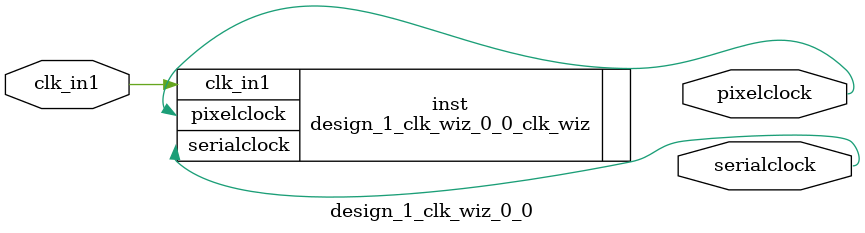
<source format=v>


`timescale 1ps/1ps

(* CORE_GENERATION_INFO = "design_1_clk_wiz_0_0,clk_wiz_v6_0_1_0_0,{component_name=design_1_clk_wiz_0_0,use_phase_alignment=true,use_min_o_jitter=false,use_max_i_jitter=false,use_dyn_phase_shift=false,use_inclk_switchover=false,use_dyn_reconfig=false,enable_axi=0,feedback_source=FDBK_AUTO,PRIMITIVE=MMCM,num_out_clk=2,clkin1_period=10.000,clkin2_period=10.000,use_power_down=false,use_reset=false,use_locked=false,use_inclk_stopped=false,feedback_type=SINGLE,CLOCK_MGR_TYPE=NA,manual_override=false}" *)

module design_1_clk_wiz_0_0 
 (
  // Clock out ports
  output        pixelclock,
  output        serialclock,
 // Clock in ports
  input         clk_in1
 );

  design_1_clk_wiz_0_0_clk_wiz inst
  (
  // Clock out ports  
  .pixelclock(pixelclock),
  .serialclock(serialclock),
 // Clock in ports
  .clk_in1(clk_in1)
  );

endmodule

</source>
